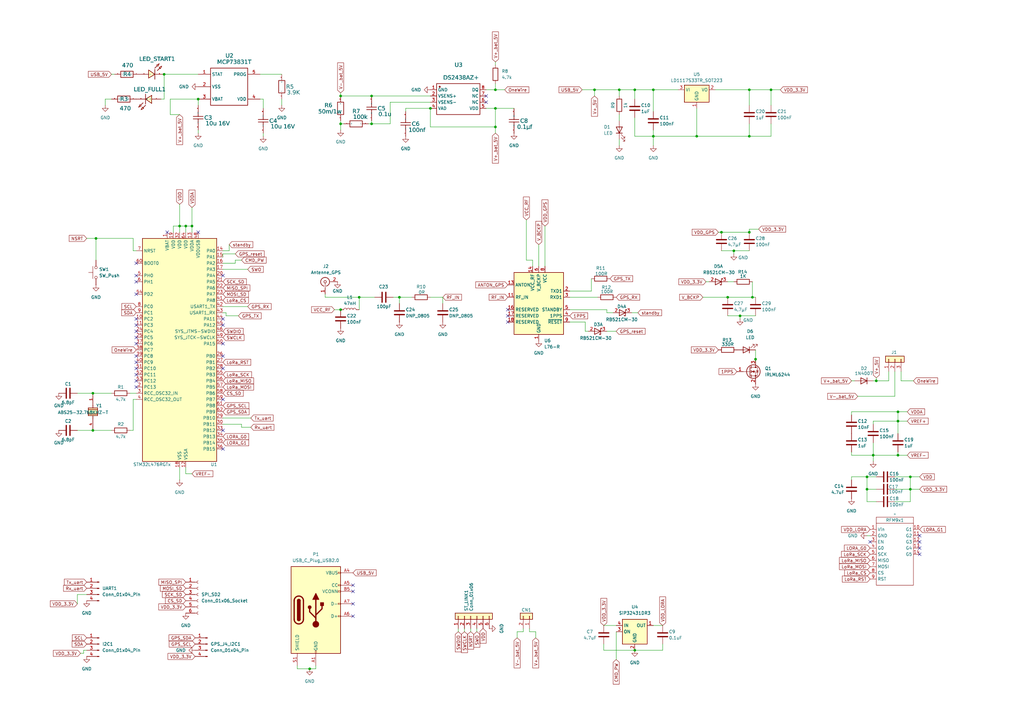
<source format=kicad_sch>
(kicad_sch (version 20231120) (generator "eeschema") (generator_version "8.0")
  (paper "A3")
  (junction (at 307.34 55.88))
  (junction (at 307.34 36.83))
  (junction (at 295.91 95.25))
  (junction (at 300.99 102.87))
  (junction (at 203.2 52.07))
  (junction (at 267.97 55.88))
  (junction (at 254 36.83))
  (junction (at 355.6 200.66))
  (junction (at 81.28 40.64))
  (junction (at 139.7 50.8))
  (junction (at 139.7 39.37))
  (junction (at 359.41 156.21))
  (junction (at 309.88 147.32))
  (junction (at 78.74 92.71))
  (junction (at 147.32 121.92))
  (junction (at 203.2 44.45))
  (junction (at 67.31 30.48))
  (junction (at 260.35 36.83))
  (junction (at 38.1 161.29))
  (junction (at 373.38 200.66))
  (junction (at 260.35 266.7))
  (junction (at 316.23 36.83))
  (junction (at 358.14 186.69))
  (junction (at 38.1 176.53))
  (junction (at 76.2 92.71))
  (junction (at 203.2 36.83))
  (junction (at 368.3 172.72))
  (junction (at 139.7 127))
  (junction (at 152.4 50.8))
  (junction (at 163.83 121.92))
  (junction (at 355.6 195.58))
  (junction (at 298.45 121.92))
  (junction (at 243.84 36.83))
  (junction (at 152.4 39.37))
  (junction (at 303.53 129.54))
  (junction (at 267.97 36.83))
  (junction (at 308.61 121.92))
  (junction (at 176.53 44.45))
  (junction (at 368.3 186.69))
  (junction (at 39.37 97.79))
  (junction (at 285.75 55.88))
  (junction (at 127 274.32))
  (junction (at 307.34 95.25))
  (junction (at 368.3 168.91))
  (junction (at 373.38 195.58))
  (junction (at 73.66 92.71))
  (no_connect (at 55.88 148.59))
  (no_connect (at 144.78 240.03))
  (no_connect (at 91.44 184.15))
  (no_connect (at 55.88 138.43))
  (no_connect (at 55.88 151.13))
  (no_connect (at 208.28 129.54))
  (no_connect (at 68.58 95.25))
  (no_connect (at 55.88 107.95))
  (no_connect (at 199.39 39.37))
  (no_connect (at 91.44 151.13))
  (no_connect (at 55.88 115.57))
  (no_connect (at 377.19 224.79))
  (no_connect (at 144.78 242.57))
  (no_connect (at 55.88 113.03))
  (no_connect (at 144.78 252.73))
  (no_connect (at 377.19 222.25))
  (no_connect (at 55.88 146.05))
  (no_connect (at 81.28 95.25))
  (no_connect (at 55.88 135.89))
  (no_connect (at 55.88 120.65))
  (no_connect (at 377.19 227.33))
  (no_connect (at 91.44 163.83))
  (no_connect (at 356.87 222.25))
  (no_connect (at 208.28 132.08))
  (no_connect (at 91.44 130.81))
  (no_connect (at 55.88 158.75))
  (no_connect (at 55.88 130.81))
  (no_connect (at 91.44 133.35))
  (no_connect (at 199.39 41.91))
  (no_connect (at 91.44 176.53))
  (no_connect (at 144.78 247.65))
  (no_connect (at 55.88 133.35))
  (no_connect (at 55.88 156.21))
  (no_connect (at 91.44 140.97))
  (no_connect (at 377.19 219.71))
  (no_connect (at 91.44 146.05))
  (no_connect (at 55.88 140.97))
  (no_connect (at 208.28 127))
  (no_connect (at 91.44 113.03))
  (no_connect (at 55.88 153.67))
  (wire (pts (xy 298.45 121.92) (xy 308.61 121.92)))
  (wire (pts (xy 252.73 270.51) (xy 252.73 259.08)))
  (wire (pts (xy 359.41 195.58) (xy 355.6 195.58)))
  (wire (pts (xy 372.11 172.72) (xy 368.3 172.72)))
  (wire (pts (xy 152.4 49.53) (xy 152.4 50.8)))
  (wire (pts (xy 351.79 162.56) (xy 367.03 162.56)))
  (wire (pts (xy 355.6 200.66) (xy 355.6 205.74)))
  (wire (pts (xy 137.16 127) (xy 139.7 127)))
  (wire (pts (xy 102.87 175.26) (xy 99.06 175.26)))
  (wire (pts (xy 96.52 107.95) (xy 91.44 107.95)))
  (wire (pts (xy 307.34 36.83) (xy 316.23 36.83)))
  (wire (pts (xy 99.06 175.26) (xy 99.06 173.99)))
  (wire (pts (xy 252.73 135.89) (xy 248.92 135.89)))
  (wire (pts (xy 298.45 129.54) (xy 303.53 129.54)))
  (wire (pts (xy 300.99 102.87) (xy 300.99 104.14)))
  (wire (pts (xy 367.03 200.66) (xy 373.38 200.66)))
  (wire (pts (xy 168.91 121.92) (xy 163.83 121.92)))
  (wire (pts (xy 166.37 45.72) (xy 166.37 44.45)))
  (wire (pts (xy 247.65 266.7) (xy 247.65 264.16)))
  (wire (pts (xy 97.79 129.54) (xy 92.71 129.54)))
  (wire (pts (xy 35.56 97.79) (xy 39.37 97.79)))
  (wire (pts (xy 355.6 219.71) (xy 356.87 219.71)))
  (wire (pts (xy 307.34 50.8) (xy 307.34 55.88)))
  (wire (pts (xy 367.03 162.56) (xy 367.03 152.4)))
  (wire (pts (xy 121.92 274.32) (xy 127 274.32)))
  (wire (pts (xy 295.91 95.25) (xy 307.34 95.25)))
  (wire (pts (xy 243.84 39.37) (xy 243.84 36.83)))
  (wire (pts (xy 99.06 106.68) (xy 96.52 106.68)))
  (wire (pts (xy 54.61 176.53) (xy 53.34 176.53)))
  (wire (pts (xy 289.56 115.57) (xy 290.83 115.57)))
  (wire (pts (xy 368.3 172.72) (xy 358.14 172.72)))
  (wire (pts (xy 67.31 30.48) (xy 81.28 30.48)))
  (wire (pts (xy 31.75 161.29) (xy 38.1 161.29)))
  (wire (pts (xy 163.83 121.92) (xy 163.83 124.46)))
  (wire (pts (xy 260.35 55.88) (xy 267.97 55.88)))
  (wire (pts (xy 106.68 40.64) (xy 107.95 40.64)))
  (wire (pts (xy 303.53 129.54) (xy 303.53 130.81)))
  (wire (pts (xy 121.92 273.05) (xy 121.92 274.32)))
  (wire (pts (xy 240.03 135.89) (xy 240.03 132.08)))
  (wire (pts (xy 267.97 53.34) (xy 267.97 55.88)))
  (wire (pts (xy 245.11 121.92) (xy 233.68 121.92)))
  (wire (pts (xy 248.92 127) (xy 233.68 127)))
  (wire (pts (xy 367.03 205.74) (xy 373.38 205.74)))
  (wire (pts (xy 91.44 125.73) (xy 101.6 125.73)))
  (wire (pts (xy 254 46.99) (xy 254 49.53)))
  (wire (pts (xy 311.15 93.98) (xy 307.34 93.98)))
  (wire (pts (xy 176.53 52.07) (xy 203.2 52.07)))
  (wire (pts (xy 358.14 181.61) (xy 358.14 186.69)))
  (wire (pts (xy 373.38 200.66) (xy 373.38 195.58)))
  (wire (pts (xy 223.52 92.71) (xy 223.52 109.22)))
  (wire (pts (xy 73.66 196.85) (xy 73.66 191.77)))
  (wire (pts (xy 53.34 161.29) (xy 55.88 161.29)))
  (wire (pts (xy 294.64 95.25) (xy 295.91 95.25)))
  (wire (pts (xy 369.57 152.4) (xy 369.57 156.21)))
  (wire (pts (xy 214.63 259.08) (xy 214.63 257.81)))
  (wire (pts (xy 271.78 266.7) (xy 260.35 266.7)))
  (wire (pts (xy 54.61 163.83) (xy 55.88 163.83)))
  (wire (pts (xy 242.57 114.3) (xy 242.57 119.38)))
  (wire (pts (xy 368.3 168.91) (xy 349.25 168.91)))
  (wire (pts (xy 207.01 36.83) (xy 203.2 36.83)))
  (wire (pts (xy 298.45 121.92) (xy 288.29 121.92)))
  (wire (pts (xy 254 57.15) (xy 254 59.69)))
  (wire (pts (xy 369.57 156.21) (xy 374.65 156.21)))
  (wire (pts (xy 203.2 34.29) (xy 203.2 36.83)))
  (wire (pts (xy 210.82 44.45) (xy 203.2 44.45)))
  (wire (pts (xy 260.35 36.83) (xy 260.35 40.64)))
  (wire (pts (xy 293.37 36.83) (xy 307.34 36.83)))
  (wire (pts (xy 187.96 257.81) (xy 187.96 259.08)))
  (wire (pts (xy 140.97 50.8) (xy 139.7 50.8)))
  (wire (pts (xy 358.14 156.21) (xy 359.41 156.21)))
  (wire (pts (xy 147.32 121.92) (xy 133.35 121.92)))
  (wire (pts (xy 31.75 243.84) (xy 35.56 243.84)))
  (wire (pts (xy 307.34 43.18) (xy 307.34 36.83)))
  (wire (pts (xy 203.2 52.07) (xy 203.2 44.45)))
  (wire (pts (xy 67.31 40.64) (xy 67.31 30.48)))
  (wire (pts (xy 219.71 259.08) (xy 217.17 259.08)))
  (wire (pts (xy 176.53 44.45) (xy 176.53 52.07)))
  (wire (pts (xy 267.97 36.83) (xy 278.13 36.83)))
  (wire (pts (xy 176.53 41.91) (xy 160.02 41.91)))
  (wire (pts (xy 73.66 92.71) (xy 73.66 95.25)))
  (wire (pts (xy 96.52 104.14) (xy 91.44 104.14)))
  (wire (pts (xy 76.2 95.25) (xy 76.2 92.71)))
  (wire (pts (xy 219.71 259.08) (xy 219.71 261.62)))
  (wire (pts (xy 45.72 30.48) (xy 46.99 30.48)))
  (wire (pts (xy 153.67 121.92) (xy 147.32 121.92)))
  (wire (pts (xy 193.04 257.81) (xy 193.04 259.08)))
  (wire (pts (xy 152.4 50.8) (xy 151.13 50.8)))
  (wire (pts (xy 129.54 273.05) (xy 129.54 274.32)))
  (wire (pts (xy 309.88 148.59) (xy 309.88 147.32)))
  (wire (pts (xy 215.9 90.17) (xy 215.9 106.68)))
  (wire (pts (xy 190.5 257.81) (xy 190.5 259.08)))
  (wire (pts (xy 93.98 100.33) (xy 93.98 102.87)))
  (wire (pts (xy 212.09 259.08) (xy 212.09 261.62)))
  (wire (pts (xy 54.61 163.83) (xy 54.61 176.53)))
  (wire (pts (xy 152.4 39.37) (xy 176.53 39.37)))
  (wire (pts (xy 316.23 50.8) (xy 316.23 55.88)))
  (wire (pts (xy 267.97 55.88) (xy 285.75 55.88)))
  (wire (pts (xy 358.14 186.69) (xy 358.14 189.23)))
  (wire (pts (xy 39.37 97.79) (xy 39.37 106.68)))
  (wire (pts (xy 218.44 106.68) (xy 218.44 109.22)))
  (wire (pts (xy 91.44 104.14) (xy 91.44 105.41)))
  (wire (pts (xy 241.3 135.89) (xy 240.03 135.89)))
  (wire (pts (xy 76.2 92.71) (xy 78.74 92.71)))
  (wire (pts (xy 31.75 176.53) (xy 38.1 176.53)))
  (wire (pts (xy 133.35 121.92) (xy 133.35 120.65)))
  (wire (pts (xy 160.02 50.8) (xy 152.4 50.8)))
  (wire (pts (xy 247.65 256.54) (xy 252.73 256.54)))
  (wire (pts (xy 92.71 128.27) (xy 91.44 128.27)))
  (wire (pts (xy 359.41 156.21) (xy 364.49 156.21)))
  (wire (pts (xy 107.95 40.64) (xy 107.95 44.45)))
  (wire (pts (xy 203.2 36.83) (xy 199.39 36.83)))
  (wire (pts (xy 69.85 46.99) (xy 69.85 40.64)))
  (wire (pts (xy 220.98 100.33) (xy 220.98 109.22)))
  (wire (pts (xy 260.35 266.7) (xy 247.65 266.7)))
  (wire (pts (xy 243.84 36.83) (xy 254 36.83)))
  (wire (pts (xy 271.78 264.16) (xy 271.78 266.7)))
  (wire (pts (xy 242.57 119.38) (xy 233.68 119.38)))
  (wire (pts (xy 161.29 121.92) (xy 163.83 121.92)))
  (wire (pts (xy 355.6 205.74) (xy 359.41 205.74)))
  (wire (pts (xy 285.75 44.45) (xy 285.75 55.88)))
  (wire (pts (xy 373.38 200.66) (xy 373.38 205.74)))
  (wire (pts (xy 39.37 97.79) (xy 54.61 97.79)))
  (wire (pts (xy 212.09 259.08) (xy 214.63 259.08)))
  (wire (pts (xy 248.92 128.27) (xy 248.92 127)))
  (wire (pts (xy 238.76 36.83) (xy 243.84 36.83)))
  (wire (pts (xy 267.97 36.83) (xy 267.97 45.72)))
  (wire (pts (xy 38.1 161.29) (xy 45.72 161.29)))
  (wire (pts (xy 34.29 267.97) (xy 34.29 266.7)))
  (wire (pts (xy 349.25 156.21) (xy 350.52 156.21)))
  (wire (pts (xy 377.19 200.66) (xy 373.38 200.66)))
  (wire (pts (xy 367.03 195.58) (xy 373.38 195.58)))
  (wire (pts (xy 78.74 194.31) (xy 76.2 194.31)))
  (wire (pts (xy 261.62 128.27) (xy 259.08 128.27)))
  (wire (pts (xy 309.88 129.54) (xy 303.53 129.54)))
  (wire (pts (xy 254 39.37) (xy 254 36.83)))
  (wire (pts (xy 368.3 168.91) (xy 368.3 172.72)))
  (wire (pts (xy 147.32 121.92) (xy 147.32 127)))
  (wire (pts (xy 309.88 143.51) (xy 309.88 147.32)))
  (wire (pts (xy 115.57 40.64) (xy 115.57 43.18)))
  (wire (pts (xy 139.7 50.8) (xy 139.7 53.34)))
  (wire (pts (xy 349.25 186.69) (xy 358.14 186.69)))
  (wire (pts (xy 195.58 257.81) (xy 195.58 259.08)))
  (wire (pts (xy 316.23 55.88) (xy 307.34 55.88)))
  (wire (pts (xy 66.04 40.64) (xy 67.31 40.64)))
  (wire (pts (xy 251.46 128.27) (xy 248.92 128.27)))
  (wire (pts (xy 267.97 36.83) (xy 260.35 36.83)))
  (wire (pts (xy 349.25 195.58) (xy 349.25 196.85)))
  (wire (pts (xy 176.53 121.92) (xy 181.61 121.92)))
  (wire (pts (xy 260.35 36.83) (xy 254 36.83)))
  (wire (pts (xy 129.54 274.32) (xy 127 274.32)))
  (wire (pts (xy 139.7 39.37) (xy 152.4 39.37)))
  (wire (pts (xy 349.25 168.91) (xy 349.25 170.18)))
  (wire (pts (xy 34.29 266.7) (xy 35.56 266.7)))
  (wire (pts (xy 355.6 195.58) (xy 349.25 195.58)))
  (wire (pts (xy 308.61 115.57) (xy 308.61 121.92)))
  (wire (pts (xy 38.1 176.53) (xy 45.72 176.53)))
  (wire (pts (xy 295.91 102.87) (xy 300.99 102.87)))
  (wire (pts (xy 308.61 121.92) (xy 309.88 121.92)))
  (wire (pts (xy 260.35 48.26) (xy 260.35 55.88)))
  (wire (pts (xy 355.6 200.66) (xy 359.41 200.66)))
  (wire (pts (xy 69.85 40.64) (xy 81.28 40.64)))
  (wire (pts (xy 33.02 267.97) (xy 34.29 267.97)))
  (wire (pts (xy 300.99 115.57) (xy 298.45 115.57)))
  (wire (pts (xy 106.68 30.48) (xy 115.57 30.48)))
  (wire (pts (xy 99.06 173.99) (xy 91.44 173.99)))
  (wire (pts (xy 181.61 121.92) (xy 181.61 124.46)))
  (wire (pts (xy 81.28 53.34) (xy 81.28 54.61)))
  (wire (pts (xy 54.61 102.87) (xy 55.88 102.87)))
  (wire (pts (xy 203.2 25.4) (xy 203.2 26.67)))
  (wire (pts (xy 139.7 50.8) (xy 139.7 49.53)))
  (wire (pts (xy 54.61 97.79) (xy 54.61 102.87)))
  (wire (pts (xy 139.7 38.1) (xy 139.7 39.37)))
  (wire (pts (xy 355.6 195.58) (xy 355.6 200.66)))
  (wire (pts (xy 166.37 44.45) (xy 176.53 44.45)))
  (wire (pts (xy 107.95 54.61) (xy 107.95 55.88)))
  (wire (pts (xy 240.03 132.08) (xy 233.68 132.08)))
  (wire (pts (xy 307.34 93.98) (xy 307.34 95.25)))
  (wire (pts (xy 81.28 40.64) (xy 81.28 43.18)))
  (wire (pts (xy 349.25 186.69) (xy 349.25 185.42)))
  (wire (pts (xy 31.75 247.65) (xy 31.75 243.84)))
  (wire (pts (xy 368.3 186.69) (xy 372.11 186.69)))
  (wire (pts (xy 320.04 36.83) (xy 316.23 36.83)))
  (wire (pts (xy 285.75 55.88) (xy 307.34 55.88)))
  (wire (pts (xy 217.17 259.08) (xy 217.17 257.81)))
  (wire (pts (xy 43.18 40.64) (xy 45.72 40.64)))
  (wire (pts (xy 76.2 194.31) (xy 76.2 191.77)))
  (wire (pts (xy 78.74 85.09) (xy 78.74 92.71)))
  (wire (pts (xy 71.12 92.71) (xy 73.66 92.71)))
  (wire (pts (xy 43.18 40.64) (xy 43.18 43.18)))
  (wire (pts (xy 93.98 102.87) (xy 91.44 102.87)))
  (wire (pts (xy 307.34 102.87) (xy 300.99 102.87)))
  (wire (pts (xy 101.6 110.49) (xy 91.44 110.49)))
  (wire (pts (xy 71.12 95.25) (xy 71.12 92.71)))
  (wire (pts (xy 364.49 152.4) (xy 364.49 156.21)))
  (wire (pts (xy 215.9 106.68) (xy 218.44 106.68)))
  (wire (pts (xy 102.87 171.45) (xy 91.44 171.45)))
  (wire (pts (xy 73.66 46.99) (xy 69.85 46.99)))
  (wire (pts (xy 372.11 168.91) (xy 368.3 168.91)))
  (wire (pts (xy 96.52 106.68) (xy 96.52 107.95)))
  (wire (pts (xy 358.14 172.72) (xy 358.14 173.99)))
  (wire (pts (xy 92.71 129.54) (xy 92.71 128.27)))
  (wire (pts (xy 359.41 154.94) (xy 359.41 156.21)))
  (wire (pts (xy 267.97 256.54) (xy 271.78 256.54)))
  (wire (pts (xy 368.3 172.72) (xy 368.3 177.8)))
  (wire (pts (xy 76.2 92.71) (xy 73.66 92.71)))
  (wire (pts (xy 203.2 52.07) (xy 203.2 54.61)))
  (wire (pts (xy 160.02 41.91) (xy 160.02 50.8)))
  (wire (pts (xy 78.74 92.71) (xy 78.74 95.25)))
  (wire (pts (xy 267.97 55.88) (xy 267.97 59.69)))
  (wire (pts (xy 368.3 185.42) (xy 368.3 186.69)))
  (wire (pts (xy 203.2 44.45) (xy 199.39 44.45)))
  (wire (pts (xy 316.23 43.18) (xy 316.23 36.83)))
  (wire (pts (xy 358.14 186.69) (xy 368.3 186.69)))
  (wire (pts (xy 73.66 83.82) (xy 73.66 92.71)))
  (wire (pts (xy 377.19 195.58) (xy 373.38 195.58)))
  (global_label "SCL" (shape input) (at 55.88 125.73 180) (property "Intersheetrefs" "${INTERSHEET_REFS}" (effects (hide yes))))
  (global_label "LORA_G0" (shape input) (at 91.44 179.07 0) (property "Intersheetrefs" "${INTERSHEET_REFS}" (effects (hide yes))))
  (global_label "VREF-" (shape input) (at 372.11 186.69 0) (property "Intersheetrefs" "${INTERSHEET_REFS}" (effects (hide yes))))
  (global_label "ANTON_GPS" (shape input) (at 208.28 116.84 180) (property "Intersheetrefs" "${INTERSHEET_REFS}" (effects (hide yes))))
  (global_label "RF_IN" (shape input) (at 208.28 121.92 180) (property "Intersheetrefs" "${INTERSHEET_REFS}" (effects (hide yes))))
  (global_label "VDD" (shape input) (at 198.12 257.81 270) (property "Intersheetrefs" "${INTERSHEET_REFS}" (effects (hide yes))))
  (global_label "V+_bat_5V" (shape input) (at 219.71 261.62 270) (property "Intersheetrefs" "${INTERSHEET_REFS}" (effects (hide yes))))
  (global_label "VDDA" (shape input) (at 372.11 168.91 0) (property "Intersheetrefs" "${INTERSHEET_REFS}" (effects (hide yes))))
  (global_label "Rx_uart" (shape input) (at 102.87 175.26 0) (property "Intersheetrefs" "${INTERSHEET_REFS}" (effects (hide yes))))
  (global_label "LORA_G1" (shape input) (at 377.19 217.17 0) (property "Intersheetrefs" "${INTERSHEET_REFS}" (effects (hide yes))))
  (global_label "SCL" (shape input) (at 35.56 261.62 180) (property "Intersheetrefs" "${INTERSHEET_REFS}" (effects (hide yes))))
  (global_label "VDD_3.3V" (shape input) (at 294.64 143.51 180) (property "Intersheetrefs" "${INTERSHEET_REFS}" (effects (hide yes))))
  (global_label "V_BCKP" (shape input) (at 220.98 100.33 90) (property "Intersheetrefs" "${INTERSHEET_REFS}" (effects (hide yes))))
  (global_label "VDD_3.3V" (shape input) (at 31.75 247.65 180) (property "Intersheetrefs" "${INTERSHEET_REFS}" (effects (hide yes))))
  (global_label "MOSI_SD" (shape input) (at 76.2 241.3 180) (property "Intersheetrefs" "${INTERSHEET_REFS}" (effects (hide yes))))
  (global_label "USB_5V" (shape input) (at 45.72 30.48 180) (property "Intersheetrefs" "${INTERSHEET_REFS}" (effects (hide yes))))
  (global_label "VCC_RF" (shape input) (at 215.9 90.17 90) (property "Intersheetrefs" "${INTERSHEET_REFS}" (effects (hide yes))))
  (global_label "Rx_uart" (shape input) (at 35.56 241.3 180) (property "Intersheetrefs" "${INTERSHEET_REFS}" (effects (hide yes))))
  (global_label "LoRa_SCK" (shape input) (at 91.44 153.67 0) (property "Intersheetrefs" "${INTERSHEET_REFS}" (effects (hide yes))))
  (global_label "LORA_G0" (shape input) (at 356.87 224.79 180) (property "Intersheetrefs" "${INTERSHEET_REFS}" (effects (hide yes))))
  (global_label "V+_bat_5V" (shape input) (at 203.2 54.61 270) (property "Intersheetrefs" "${INTERSHEET_REFS}" (effects (hide yes))))
  (global_label "V+_5V" (shape input) (at 359.41 154.94 90) (property "Intersheetrefs" "${INTERSHEET_REFS}" (effects (hide yes))))
  (global_label "V-_bat_5V" (shape input) (at 212.09 261.62 270) (property "Intersheetrefs" "${INTERSHEET_REFS}" (effects (hide yes))))
  (global_label "V_BCKP" (shape input) (at 288.29 121.92 180) (property "Intersheetrefs" "${INTERSHEET_REFS}" (effects (hide yes))))
  (global_label "GPS_SDA" (shape input) (at 80.01 261.62 180) (property "Intersheetrefs" "${INTERSHEET_REFS}" (effects (hide yes))))
  (global_label "USB_5V" (shape input) (at 238.76 36.83 180) (property "Intersheetrefs" "${INTERSHEET_REFS}" (effects (hide yes))))
  (global_label "CMD_PW" (shape input) (at 252.73 270.51 270) (property "Intersheetrefs" "${INTERSHEET_REFS}" (effects (hide yes))))
  (global_label "VDD" (shape input) (at 73.66 83.82 90) (property "Intersheetrefs" "${INTERSHEET_REFS}" (effects (hide yes))))
  (global_label "SWDIO" (shape input) (at 91.44 135.89 0) (property "Intersheetrefs" "${INTERSHEET_REFS}" (effects (hide yes))))
  (global_label "GPS_SDA" (shape input) (at 91.44 168.91 0) (property "Intersheetrefs" "${INTERSHEET_REFS}" (effects (hide yes))))
  (global_label "VDD_3.3V" (shape input) (at 289.56 115.57 180) (property "Intersheetrefs" "${INTERSHEET_REFS}" (effects (hide yes))))
  (global_label "SWO" (shape input) (at 101.6 110.49 0) (property "Intersheetrefs" "${INTERSHEET_REFS}" (effects (hide yes))))
  (global_label "VDD_3.3V" (shape input) (at 76.2 248.92 180) (property "Intersheetrefs" "${INTERSHEET_REFS}" (effects (hide yes))))
  (global_label "SWO" (shape input) (at 195.58 259.08 270) (property "Intersheetrefs" "${INTERSHEET_REFS}" (effects (hide yes))))
  (global_label "GPS_RX" (shape input) (at 101.6 125.73 0) (property "Intersheetrefs" "${INTERSHEET_REFS}" (effects (hide yes))))
  (global_label "VDD_LORA" (shape input) (at 271.78 256.54 90) (property "Intersheetrefs" "${INTERSHEET_REFS}" (effects (hide yes))))
  (global_label "V-_bat_5V" (shape input) (at 351.79 162.56 180) (property "Intersheetrefs" "${INTERSHEET_REFS}" (effects (hide yes))))
  (global_label "VDD_GPS" (shape input) (at 294.64 95.25 180) (property "Intersheetrefs" "${INTERSHEET_REFS}" (effects (hide yes))))
  (global_label "OneWire" (shape input) (at 374.65 156.21 0) (property "Intersheetrefs" "${INTERSHEET_REFS}" (effects (hide yes))))
  (global_label "LoRa_RST" (shape input) (at 91.44 148.59 0) (property "Intersheetrefs" "${INTERSHEET_REFS}" (effects (hide yes))))
  (global_label "Tx_uart" (shape input) (at 35.56 238.76 180) (property "Intersheetrefs" "${INTERSHEET_REFS}" (effects (hide yes))))
  (global_label "LoRa_CS" (shape input) (at 91.44 123.19 0) (property "Intersheetrefs" "${INTERSHEET_REFS}" (effects (hide yes))))
  (global_label "standby" (shape input) (at 261.62 128.27 0) (property "Intersheetrefs" "${INTERSHEET_REFS}" (effects (hide yes))))
  (global_label "VDDA" (shape input) (at 78.74 85.09 90) (property "Intersheetrefs" "${INTERSHEET_REFS}" (effects (hide yes))))
  (global_label "SWCLK" (shape input) (at 190.5 259.08 270) (property "Intersheetrefs" "${INTERSHEET_REFS}" (effects (hide yes))))
  (global_label "GPS_RX" (shape input) (at 252.73 121.92 0) (property "Intersheetrefs" "${INTERSHEET_REFS}" (effects (hide yes))))
  (global_label "LoRa_SCK" (shape input) (at 356.87 227.33 180) (property "Intersheetrefs" "${INTERSHEET_REFS}" (effects (hide yes))))
  (global_label "SWCLK" (shape input) (at 91.44 138.43 0) (property "Intersheetrefs" "${INTERSHEET_REFS}" (effects (hide yes))))
  (global_label "LoRa_MISO" (shape input) (at 91.44 156.21 0) (property "Intersheetrefs" "${INTERSHEET_REFS}" (effects (hide yes))))
  (global_label "CMD_PW" (shape input) (at 99.06 106.68 0) (property "Intersheetrefs" "${INTERSHEET_REFS}" (effects (hide yes))))
  (global_label "RF_IN" (shape input) (at 181.61 121.92 0) (property "Intersheetrefs" "${INTERSHEET_REFS}" (effects (hide yes))))
  (global_label "VREF-" (shape input) (at 78.74 194.31 0) (property "Intersheetrefs" "${INTERSHEET_REFS}" (effects (hide yes))))
  (global_label "MOSI_SD" (shape input) (at 91.44 120.65 0) (property "Intersheetrefs" "${INTERSHEET_REFS}" (effects (hide yes))))
  (global_label "V-_bat_5V" (shape input) (at 139.7 38.1 90) (property "Intersheetrefs" "${INTERSHEET_REFS}" (effects (hide yes))))
  (global_label "LORA_G1" (shape input) (at 91.44 181.61 0) (property "Intersheetrefs" "${INTERSHEET_REFS}" (effects (hide yes))))
  (global_label "GPS_TX" (shape input) (at 250.19 114.3 0) (property "Intersheetrefs" "${INTERSHEET_REFS}" (effects (hide yes))))
  (global_label "OneWire" (shape input) (at 55.88 143.51 180) (property "Intersheetrefs" "${INTERSHEET_REFS}" (effects (hide yes))))
  (global_label "VDD" (shape input) (at 377.19 195.58 0) (property "Intersheetrefs" "${INTERSHEET_REFS}" (effects (hide yes))))
  (global_label "GPS_SCL" (shape input) (at 91.44 166.37 0) (property "Intersheetrefs" "${INTERSHEET_REFS}" (effects (hide yes))))
  (global_label "1PPS" (shape input) (at 302.26 152.4 180) (property "Intersheetrefs" "${INTERSHEET_REFS}" (effects (hide yes))))
  (global_label "VDD_3.3V" (shape input) (at 377.19 200.66 0) (property "Intersheetrefs" "${INTERSHEET_REFS}" (effects (hide yes))))
  (global_label "GPS_reset" (shape input) (at 96.52 104.14 0) (property "Intersheetrefs" "${INTERSHEET_REFS}" (effects (hide yes))))
  (global_label "CS_SD" (shape input) (at 91.44 161.29 0) (property "Intersheetrefs" "${INTERSHEET_REFS}" (effects (hide yes))))
  (global_label "LoRa_CS" (shape input) (at 356.87 234.95 180) (property "Intersheetrefs" "${INTERSHEET_REFS}" (effects (hide yes))))
  (global_label "GPS_reset" (shape input) (at 252.73 135.89 0) (property "Intersheetrefs" "${INTERSHEET_REFS}" (effects (hide yes))))
  (global_label "NSRT" (shape input) (at 193.04 259.08 270) (property "Intersheetrefs" "${INTERSHEET_REFS}" (effects (hide yes))))
  (global_label "LoRa_MOSI" (shape input) (at 356.87 232.41 180) (property "Intersheetrefs" "${INTERSHEET_REFS}" (effects (hide yes))))
  (global_label "VDD_GPS" (shape input) (at 223.52 92.71 90) (property "Intersheetrefs" "${INTERSHEET_REFS}" (effects (hide yes))))
  (global_label "SDA" (shape input) (at 35.56 264.16 180) (property "Intersheetrefs" "${INTERSHEET_REFS}" (effects (hide yes))))
  (global_label "MISO_SPI" (shape input) (at 76.2 238.76 180) (property "Intersheetrefs" "${INTERSHEET_REFS}" (effects (hide yes))))
  (global_label "standby" (shape input) (at 93.98 100.33 0) (property "Intersheetrefs" "${INTERSHEET_REFS}" (effects (hide yes))))
  (global_label "GPS_SCL" (shape input) (at 80.01 264.16 180) (property "Intersheetrefs" "${INTERSHEET_REFS}" (effects (hide yes))))
  (global_label "OneWire" (shape input) (at 207.01 36.83 0) (property "Intersheetrefs" "${INTERSHEET_REFS}" (effects (hide yes))))
  (global_label "GPS_TX" (shape input) (at 97.79 129.54 0) (property "Intersheetrefs" "${INTERSHEET_REFS}" (effects (hide yes))))
  (global_label "V+_bat_5V" (shape input) (at 73.66 46.99 270) (property "Intersheetrefs" "${INTERSHEET_REFS}" (effects (hide yes))))
  (global_label "V+_5V" (shape input) (at 243.84 39.37 270) (property "Intersheetrefs" "${INTERSHEET_REFS}" (effects (hide yes))))
  (global_label "SWDIO" (shape input) (at 187.96 259.08 270) (property "Intersheetrefs" "${INTERSHEET_REFS}" (effects (hide yes))))
  (global_label "1PPS" (shape input) (at 233.68 129.54 0) (property "Intersheetrefs" "${INTERSHEET_REFS}" (effects (hide yes))))
  (global_label "MISO_SPI" (shape input) (at 91.44 118.11 0) (property "Intersheetrefs" "${INTERSHEET_REFS}" (effects (hide yes))))
  (global_label "USB_5V" (shape input) (at 144.78 234.95 0) (property "Intersheetrefs" "${INTERSHEET_REFS}" (effects (hide yes))))
  (global_label "VCC_RF" (shape input) (at 137.16 127 180) (property "Intersheetrefs" "${INTERSHEET_REFS}" (effects (hide yes))))
  (global_label "LoRa_MOSI" (shape input) (at 91.44 158.75 0) (property "Intersheetrefs" "${INTERSHEET_REFS}" (effects (hide yes))))
  (global_label "VDD_3.3V" (shape input) (at 320.04 36.83 0) (property "Intersheetrefs" "${INTERSHEET_REFS}" (effects (hide yes))))
  (global_label "VDD_3.3V" (shape input) (at 80.01 269.24 180) (property "Intersheetrefs" "${INTERSHEET_REFS}" (effects (hide yes))))
  (global_label "CS_SD" (shape input) (at 76.2 246.38 180) (property "Intersheetrefs" "${INTERSHEET_REFS}" (effects (hide yes))))
  (global_label "SDA" (shape input) (at 55.88 128.27 180) (property "Intersheetrefs" "${INTERSHEET_REFS}" (effects (hide yes))))
  (global_label "VREF+" (shape input) (at 372.11 172.72 0) (property "Intersheetrefs" "${INTERSHEET_REFS}" (effects (hide yes))))
  (global_label "VDD_3.3V" (shape input) (at 311.15 93.98 0) (property "Intersheetrefs" "${INTERSHEET_REFS}" (effects (hide yes))))
  (global_label "SCK_SD" (shape input) (at 91.44 115.57 0) (property "Intersheetrefs" "${INTERSHEET_REFS}" (effects (hide yes))))
  (global_label "NSRT" (shape input) (at 35.56 97.79 180) (property "Intersheetrefs" "${INTERSHEET_REFS}" (effects (hide yes))))
  (global_label "LoRa_MISO" (shape input) (at 356.87 229.87 180) (property "Intersheetrefs" "${INTERSHEET_REFS}" (effects (hide yes))))
  (global_label "V+_bat_5V" (shape input) (at 203.2 25.4 90) (property "Intersheetrefs" "${INTERSHEET_REFS}" (effects (hide yes))))
  (global_label "VDD_3.3V" (shape input) (at 247.65 256.54 90) (property "Intersheetrefs" "${INTERSHEET_REFS}" (effects (hide yes))))
  (global_label "SCK_SD" (shape input) (at 76.2 243.84 180) (property "Intersheetrefs" "${INTERSHEET_REFS}" (effects (hide yes))))
  (global_label "LoRa_RST" (shape input) (at 356.87 237.49 180) (property "Intersheetrefs" "${INTERSHEET_REFS}" (effects (hide yes))))
  (global_label "Tx_uart" (shape input) (at 102.87 171.45 0) (property "Intersheetrefs" "${INTERSHEET_REFS}" (effects (hide yes))))
  (global_label "VDD_3.3V" (shape input) (at 33.02 267.97 180) (property "Intersheetrefs" "${INTERSHEET_REFS}" (effects (hide yes))))
  (global_label "VDD_LORA" (shape input) (at 356.87 217.17 180) (property "Intersheetrefs" "${INTERSHEET_REFS}" (effects (hide yes))))
  (global_label "V+_bat_5V" (shape input) (at 349.25 156.21 180) (property "Intersheetrefs" "${INTERSHEET_REFS}" (effects (hide yes))))
  (symbol (lib_id "Connector:Conn_01x04_Pin") (at 40.64 241.3 0) (mirror y) (unit 1)
    (property "Reference" "UART1" (at 41.91 241.2999 0) (effects (justify right)))
    (property "Value" "Conn_01x04_Pin" (at 41.91 243.8399 0) (effects (justify right)))
    (property "Footprint" "Connector_PinHeader_2.54mm:PinHeader_1x04_P2.54mm_Vertical" (effects (hide yes)))
    (property "Description" "Generic connector, single row, 01x04, script generated" (effects (hide yes)))
  )
  (symbol (lib_id "Device:R") (at 172.72 121.92 90) (unit 1)
    (property "Reference" "R10" (at 172.72 117.602 90))
    (property "Value" "0R" (at 172.974 119.888 90))
    (property "Footprint" "Resistor_SMD:R_0805_2012Metric" (effects (hide yes)))
    (property "Description" "Resistor" (effects (hide yes)))
  )
  (symbol (lib_id "power:GND") (at 139.7 53.34 0) (unit 1)
    (property "Reference" "#PWR010" (effects (hide yes)))
    (property "Value" "GND" (at 139.7 58.166 0))
    (property "Description" "Power symbol creates a global label with name \"GND\" , ground" (effects (hide yes)))
  )
  (symbol (lib_id "power:GND") (at 260.35 266.7 0) (unit 1)
    (property "Reference" "#PWR019" (effects (hide yes)))
    (property "Value" "GND" (at 260.35 271.78 0))
    (property "Description" "Power symbol creates a global label with name \"GND\" , ground" (effects (hide yes)))
  )
  (symbol (lib_id "Power_Management:SiP32431DR3") (at 260.35 259.08 0) (unit 1)
    (property "Reference" "U4" (at 260.35 248.92 0))
    (property "Value" "SiP32431DR3" (at 260.35 251.46 0))
    (property "Footprint" "Package_TO_SOT_SMD:SOT-363_SC-70-6" (effects (hide yes)))
    (property "Datasheet" "http://www.vishay.com.hk/docs/66597/sip32431.pdf" (effects (hide yes)))
    (property "Description" "10 pA, Ultra Low Leakage and Quiescent Current, Load Switch with Reverse Blocking, High Enable, SC-70-6" (effects (hide yes)))
  )
  (symbol (lib_id "R_0805_EU_1") (at 52.07 30.48 0) (unit 1)
    (property "Reference" "R4" (at 50.5714 29.6037 0) (effects (font (size 1.6891 1.6891)) (justify left top)))
    (property "Value" "470" (at 49.784 25.908 0) (effects (font (size 1.6891 1.6891)) (justify left top)))
    (property "Footprint" "Resistor_SMD:R_0805_2012Metric" (effects (hide yes)))
  )
  (symbol (lib_id "power:GND") (at 267.97 59.69 0) (unit 1)
    (property "Reference" "#PWR023" (effects (hide yes)))
    (property "Value" "GND" (at 267.97 64.77 0))
    (property "Description" "Power symbol creates a global label with name \"GND\" , ground" (effects (hide yes)))
  )
  (symbol (lib_id "Device:C") (at 267.97 49.53 0) (unit 1)
    (property "Reference" "C11" (at 270.51 48.26 0) (effects (justify left)))
    (property "Value" "100nF" (at 270.51 50.8 0) (effects (justify left)))
    (property "Footprint" "Capacitor_SMD:C_0805_2012Metric" (effects (hide yes)))
    (property "Description" "Unpolarized capacitor" (effects (hide yes)))
  )
  (symbol (lib_id "C_0805_US_4") (at 210.82 49.53 0) (unit 1)
    (property "Reference" "C8" (at 213.36 48.7299 0) (effects (font (size 1.6891 1.6891)) (justify left top)))
    (property "Value" "0.1µf" (at 211.6582 51.1683 0) (effects (font (size 1.6891 1.6891)) (justify left top)))
    (property "Footprint" "Capacitor_SMD:C_0805_2012Metric" (effects (hide yes)))
  )
  (symbol (lib_id "power:GND") (at 35.56 269.24 0) (unit 1)
    (property "Reference" "#PWR012" (effects (hide yes)))
    (property "Value" "GND" (at 35.56 274.32 0))
    (property "Description" "Power symbol creates a global label with name \"GND\" , ground" (effects (hide yes)))
  )
  (symbol (lib_id "power:GND") (at 80.01 266.7 270) (unit 1)
    (property "Reference" "#PWR018" (effects (hide yes)))
    (property "Value" "GND" (at 76.2 266.6999 90) (effects (justify right)))
    (property "Description" "Power symbol creates a global label with name \"GND\" , ground" (effects (hide yes)))
  )
  (symbol (lib_id "Device:C") (at 271.78 260.35 0) (unit 1)
    (property "Reference" "C9" (at 274.32 259.08 0) (effects (justify left)))
    (property "Value" "0.1uF" (at 274.32 261.62 0) (effects (justify left)))
    (property "Footprint" "Capacitor_SMD:C_0805_2012Metric" (effects (hide yes)))
    (property "Description" "Unpolarized capacitor" (effects (hide yes)))
  )
  (symbol (lib_id "Device:C") (at 363.22 200.66 270) (unit 1)
    (property "Reference" "C17" (at 364.49 199.644 90) (effects (justify left)))
    (property "Value" "100nF" (at 364.49 201.676 90) (effects (justify left)))
    (property "Footprint" "Capacitor_SMD:C_0805_2012Metric" (effects (hide yes)))
    (property "Description" "Unpolarized capacitor" (effects (hide yes)))
  )
  (symbol (lib_id "Device:LED") (at 254 53.34 90) (unit 1)
    (property "Reference" "D1" (at 247.65 52.07 90) (effects (justify right)))
    (property "Value" "LED" (at 247.65 54.61 90) (effects (justify right)))
    (property "Footprint" "LED_SMD:LED_0805_2012Metric" (effects (hide yes)))
    (property "Description" "Light emitting diode" (effects (hide yes)))
  )
  (symbol (lib_id "Device:R") (at 246.38 114.3 90) (unit 1)
    (property "Reference" "R11" (at 246.38 109.982 90))
    (property "Value" "100R" (at 246.634 112.268 90))
    (property "Footprint" "Resistor_SMD:R_0805_2012Metric" (effects (hide yes)))
    (property "Description" "Resistor" (effects (hide yes)))
  )
  (symbol (lib_id "LED-0603_B") (at 62.23 30.48 0) (unit 1)
    (property "Reference" "LED_START1" (at 57.15 23.368 0) (effects (font (size 1.6891 1.6891)) (justify left top)))
    (property "Value" "LED-0603_B" (effects (hide yes)))
    (property "Footprint" "LED_SMD:LED_0805_2012Metric" (effects (hide yes)))
  )
  (symbol (lib_id "power:GND") (at 309.88 157.48 0) (unit 1)
    (property "Reference" "#PWR035" (effects (hide yes)))
    (property "Value" "GND" (at 309.88 162.56 0))
    (property "Description" "Power symbol creates a global label with name \"GND\" , ground" (effects (hide yes)))
  )
  (symbol (lib_id "Transistor_FET:IRLML6244") (at 307.34 152.4 0) (unit 1)
    (property "Reference" "Q1" (at 313.69 151.1299 0) (effects (justify left)))
    (property "Value" "IRLML6244" (at 313.69 153.6699 0) (effects (justify left)))
    (property "Footprint" "Package_TO_SOT_SMD:SOT-23" (effects (hide yes)))
    (property "Datasheet" "https://www.infineon.com/dgdl/Infineon-IRLML6244-DataSheet-v01_01-EN.pdf?fileId=5546d462533600a4015356686fed261f" (effects (hide yes)))
    (property "Description" "6.3A Id, 20V Vds, 21mOhm Rds, N-Channel StrongIRFET Power MOSFET, SOT-23" (effects (hide yes)))
  )
  (symbol (lib_id "Device:R") (at 254 43.18 180) (unit 1)
    (property "Reference" "R9" (at 251.46 43.18 90))
    (property "Value" "1k" (at 256.54 43.18 90))
    (property "Footprint" "Resistor_SMD:R_0805_2012Metric" (effects (hide yes)))
    (property "Description" "Resistor" (effects (hide yes)))
  )
  (symbol (lib_id "power:GND") (at 81.28 54.61 0) (unit 1)
    (property "Reference" "#PWR07" (effects (hide yes)))
    (property "Value" "GND" (at 81.28 59.69 0))
    (property "Description" "Power symbol creates a global label with name \"GND\" , ground" (effects (hide yes)))
  )
  (symbol (lib_id "MCP73831T-2ATI/OT") (at 93.98 35.56 0) (unit 1)
    (property "Reference" "U2" (at 92.4814 22.0091 0) (effects (font (size 1.6891 1.6891)) (justify left top)))
    (property "Value" "MCP73831T" (at 88.6206 24.5491 0) (effects (font (size 1.6891 1.6891)) (justify left top)))
    (property "Footprint" "Package_TO_SOT_SMD:SOT-23-5" (effects (hide yes)))
  )
  (symbol (lib_id "power:GND") (at 107.95 55.88 0) (unit 1)
    (property "Reference" "#PWR08" (effects (hide yes)))
    (property "Value" "GND" (at 107.95 60.96 0))
    (property "Description" "Power symbol creates a global label with name \"GND\" , ground" (effects (hide yes)))
  )
  (symbol (lib_id "Device:R") (at 304.8 115.57 90) (unit 1)
    (property "Reference" "R14" (at 304.546 111.506 90))
    (property "Value" "1K" (at 304.8 113.284 90))
    (property "Footprint" "Resistor_SMD:R_0805_2012Metric" (effects (hide yes)))
    (property "Description" "Resistor" (effects (hide yes)))
  )
  (symbol (lib_id "Device:D_Schottky_Dual_Series_KAC_Split") (at 245.11 135.89 0) (unit 1)
    (property "Reference" "D3" (at 245.364 133.096 0))
    (property "Value" "RB521CM-30" (at 244.348 138.684 0))
    (property "Footprint" "Diode_SMD:D_SOD-923" (effects (hide yes)))
    (property "Description" "Dual Schottky diode, cathode/anode/center" (effects (hide yes)))
  )
  (symbol (lib_id "C_0805_US") (at 107.95 49.53 0) (unit 1)
    (property "Reference" "C4" (at 110.49 48.7299 0) (effects (font (size 1.6891 1.6891)) (justify left top)))
    (property "Value" "10u 16V" (at 110.49 51.0159 0) (effects (font (size 1.6891 1.6891)) (justify left top)))
    (property "Footprint" "Capacitor_SMD:C_0805_2012Metric" (effects (hide yes)))
  )
  (symbol (lib_id "Device:C") (at 157.48 121.92 90) (unit 1)
    (property "Reference" "C23" (at 159.258 117.602 90) (effects (justify left)))
    (property "Value" "100pF" (at 160.528 125.73 90) (effects (justify left)))
    (property "Footprint" "Capacitor_SMD:C_0805_2012Metric" (effects (hide yes)))
    (property "Description" "Unpolarized capacitor" (effects (hide yes)))
  )
  (symbol (lib_id "power:GND") (at 24.13 161.29 0) (unit 1)
    (property "Reference" "#PWR01" (effects (hide yes)))
    (property "Value" "GND" (at 24.13 166.37 0))
    (property "Description" "Power symbol creates a global label with name \"GND\" , ground" (effects (hide yes)))
  )
  (symbol (lib_id "RF_GPS:L70-R") (at 220.98 124.46 0) (unit 1)
    (property "Reference" "U6" (at 223.1741 139.7 0) (effects (justify left)))
    (property "Value" "L76-R" (at 223.1741 142.24 0) (effects (justify left)))
    (property "Footprint" "RF_GPS:Quectel_L76" (effects (hide yes)))
    (property "Datasheet" "https://www.quectel.com/product/gps-only-l70-r" (effects (hide yes)))
    (property "Description" "Quectel GPS Module" (effects (hide yes)))
  )
  (symbol (lib_id "Connector_Generic:Conn_01x03") (at 367.03 147.32 90) (unit 1)
    (property "Reference" "J1" (at 365.506 144.526 90) (effects (justify right)))
    (property "Value" "Conn_01x03" (effects (hide yes)))
    (property "Footprint" "Connector_PinHeader_2.54mm:PinHeader_1x03_P2.54mm_Vertical" (effects (hide yes)))
    (property "Description" "Generic connector, single row, 01x03, script generated (kicad-library-utils/schlib/autogen/connector/)" (effects (hide yes)))
  )
  (symbol (lib_id "Device:R") (at 248.92 121.92 90) (unit 1)
    (property "Reference" "R12" (at 248.666 117.856 90))
    (property "Value" "100R" (at 248.92 119.634 90))
    (property "Footprint" "Resistor_SMD:R_0805_2012Metric" (effects (hide yes)))
    (property "Description" "Resistor" (effects (hide yes)))
  )
  (symbol (lib_id "Device:C") (at 349.25 173.99 0) (unit 1)
    (property "Reference" "C12" (at 351.79 172.72 0) (effects (justify left)))
    (property "Value" "10nF" (at 351.79 175.26 0) (effects (justify left)))
    (property "Footprint" "Capacitor_SMD:C_0805_2012Metric" (effects (hide yes)))
    (property "Description" "Unpolarized capacitor" (effects (hide yes)))
  )
  (symbol (lib_id "power:GND") (at 73.66 196.85 0) (unit 1)
    (property "Reference" "#PWR05" (effects (hide yes)))
    (property "Value" "GND" (at 73.66 201.93 0))
    (property "Description" "Power symbol creates a global label with name \"GND\" , ground" (effects (hide yes)))
  )
  (symbol (lib_id "Device:C") (at 368.3 181.61 0) (unit 1)
    (property "Reference" "C19" (at 370.84 180.34 0) (effects (justify left)))
    (property "Value" "1uF" (at 370.84 182.88 0) (effects (justify left)))
    (property "Footprint" "Capacitor_SMD:C_0805_2012Metric" (effects (hide yes)))
    (property "Description" "Unpolarized capacitor" (effects (hide yes)))
  )
  (symbol (lib_id "power:GND") (at 43.18 43.18 0) (unit 1)
    (property "Reference" "#PWR04" (effects (hide yes)))
    (property "Value" "GND" (at 43.18 48.26 0))
    (property "Description" "Power symbol creates a global label with name \"GND\" , ground" (effects (hide yes)))
  )
  (symbol (lib_id "Connector:Conn_01x06_Socket") (at 81.28 243.84 0) (unit 1)
    (property "Reference" "SPI_SD2" (at 82.55 243.8399 0) (effects (justify left)))
    (property "Value" "Conn_01x06_Socket" (at 82.55 246.3799 0) (effects (justify left)))
    (property "Footprint" "Connector_PinHeader_2.54mm:PinHeader_1x06_P2.54mm_Vertical" (effects (hide yes)))
    (property "Description" "Generic connector, single row, 01x06, script generated" (effects (hide yes)))
  )
  (symbol (lib_id "power:GND") (at 76.2 251.46 0) (unit 1)
    (property "Reference" "#PWR017" (effects (hide yes)))
    (property "Value" "GND" (at 76.2 256.54 0))
    (property "Description" "Power symbol creates a global label with name \"GND\" , ground" (effects (hide yes)))
  )
  (symbol (lib_id "Connector:Conn_01x04_Pin") (at 85.09 264.16 0) (mirror y) (unit 1)
    (property "Reference" "GPS_J4_I2C1" (at 86.36 264.1599 0) (effects (justify right)))
    (property "Value" "Conn_01x04_Pin" (at 86.36 266.6999 0) (effects (justify right)))
    (property "Footprint" "Connector_PinHeader_2.54mm:PinHeader_1x04_P2.54mm_Vertical" (effects (hide yes)))
    (property "Description" "Generic connector, single row, 01x04, script generated" (effects (hide yes)))
  )
  (symbol (lib_id "power:GND") (at 303.53 130.81 0) (unit 1)
    (property "Reference" "#PWR034" (effects (hide yes)))
    (property "Value" "GND" (at 306.832 131.318 0))
    (property "Description" "Power symbol creates a global label with name \"GND\" , ground" (effects (hide yes)))
  )
  (symbol (lib_id "Device:C") (at 27.94 176.53 90) (unit 1)
    (property "Reference" "C2" (at 27.94 172.72 90))
    (property "Value" "6.8pF" (at 27.94 180.34 90))
    (property "Footprint" "Capacitor_SMD:C_0805_2012Metric" (effects (hide yes)))
    (property "Description" "Unpolarized capacitor" (effects (hide yes)))
  )
  (symbol (lib_id "Device:C") (at 247.65 260.35 0) (unit 1)
    (property "Reference" "C7" (at 240.538 259.08 0) (effects (justify left)))
    (property "Value" "4.7uF" (at 239.268 261.62 0) (effects (justify left)))
    (property "Footprint" "Capacitor_SMD:C_0805_2012Metric" (effects (hide yes)))
    (property "Description" "Unpolarized capacitor" (effects (hide yes)))
  )
  (symbol (lib_id "power:GND") (at 115.57 43.18 0) (unit 1)
    (property "Reference" "#PWR09" (effects (hide yes)))
    (property "Value" "GND" (at 115.57 48.26 0))
    (property "Description" "Power symbol creates a global label with name \"GND\" , ground" (effects (hide yes)))
  )
  (symbol (lib_id "Device:C") (at 307.34 46.99 0) (unit 1)
    (property "Reference" "C20" (at 309.88 45.72 0) (effects (justify left)))
    (property "Value" "1uF" (at 309.88 48.26 0) (effects (justify left)))
    (property "Footprint" "Capacitor_SMD:C_0805_2012Metric" (effects (hide yes)))
    (property "Description" "Unpolarized capacitor" (effects (hide yes)))
  )
  (symbol (lib_id "power:GND") (at 24.13 176.53 0) (unit 1)
    (property "Reference" "#PWR02" (effects (hide yes)))
    (property "Value" "GND" (at 24.13 181.61 0))
    (property "Description" "Power symbol creates a global label with name \"GND\" , ground" (effects (hide yes)))
  )
  (symbol (lib_id "power:GND") (at 349.25 204.47 0) (unit 1)
    (property "Reference" "#PWR024" (effects (hide yes)))
    (property "Value" "GND" (at 349.25 209.55 0))
    (property "Description" "Power symbol creates a global label with name \"GND\" , ground" (effects (hide yes)))
  )
  (symbol (lib_id "Device:C") (at 139.7 130.81 0) (unit 1)
    (property "Reference" "C22" (at 142.24 129.54 0) (effects (justify left)))
    (property "Value" "100nF" (at 142.24 132.08 0) (effects (justify left)))
    (property "Footprint" "Capacitor_SMD:C_0805_2012Metric" (effects (hide yes)))
    (property "Description" "Unpolarized capacitor" (effects (hide yes)))
  )
  (symbol (lib_id "power:GND") (at 210.82 54.61 0) (unit 1)
    (property "Reference" "#PWR020" (effects (hide yes)))
    (property "Value" "GND" (at 210.82 59.69 0))
    (property "Description" "Power symbol creates a global label with name \"GND\" , ground" (effects (hide yes)))
  )
  (symbol (lib_id "power:GND") (at 39.37 116.84 0) (unit 1)
    (property "Reference" "#PWR03" (effects (hide yes)))
    (property "Value" "GND" (at 39.37 121.92 0))
    (property "Description" "Power symbol creates a global label with name \"GND\" , ground" (effects (hide yes)))
  )
  (symbol (lib_id "Device:C") (at 349.25 181.61 0) (unit 1)
    (property "Reference" "C13" (at 351.79 180.34 0) (effects (justify left)))
    (property "Value" "1uF" (at 351.79 182.88 0) (effects (justify left)))
    (property "Footprint" "Capacitor_SMD:C_0805_2012Metric" (effects (hide yes)))
    (property "Description" "Unpolarized capacitor" (effects (hide yes)))
  )
  (symbol (lib_id "Connector:Conn_Coaxial") (at 133.35 115.57 90) (unit 1)
    (property "Reference" "J2" (at 133.6432 109.22 90))
    (property "Value" "Antenne_GPS" (at 133.6432 111.76 90))
    (property "Footprint" "Connector_Coaxial:WR-MMCX_Wuerth_66012102111404_Vertical" (effects (hide yes)))
    (property "Description" "coaxial connector (BNC, SMA, SMB, SMC, Cinch/RCA, LEMO, ...)" (effects (hide yes)))
  )
  (symbol (lib_id "power:GND") (at 181.61 132.08 0) (unit 1)
    (property "Reference" "#PWR030" (effects (hide yes)))
    (property "Value" "GND" (at 181.61 137.16 0))
    (property "Description" "Power symbol creates a global label with name \"GND\" , ground" (effects (hide yes)))
  )
  (symbol (lib_id "DS2438AZ+") (at 189.23 41.91 0) (unit 1)
    (property "Reference" "U3" (at 186.4614 25.7937 0) (effects (font (size 1.6891 1.6891)) (justify left top)))
    (property "Value" "DS2438AZ+" (at 181.483 30.9499 0) (effects (font (size 1.6891 1.6891)) (justify left top)))
    (property "Footprint" "Package_SO:SOIC-8_3.9x4.9mm_P1.27mm" (effects (hide yes)))
  )
  (symbol (lib_id "R_0805_EU_4") (at 146.05 50.8 0) (unit 1)
    (property "Reference" "R7" (at 144.5514 44.7929 0) (effects (font (size 1.6891 1.6891)) (justify left top)))
    (property "Value" "100k" (at 144.5514 47.0789 0) (effects (font (size 1.6891 1.6891)) (justify left top)))
    (property "Footprint" "Resistor_SMD:R_0805_2012Metric" (effects (hide yes)))
  )
  (symbol (lib_id "R_0805_EU_3") (at 139.7 44.45 0) (unit 1)
    (property "Reference" "R6" (at 133.1214 42.3545 0) (effects (font (size 1.6891 1.6891)) (justify left top)))
    (property "Value" "50m/1w" (at 129.8702 44.8691 0) (effects (font (size 1.6891 1.6891)) (justify left top)))
    (property "Footprint" "Resistor_SMD:R_0805_2012Metric" (effects (hide yes)))
  )
  (symbol (lib_id "ABS25-32.768KHZ-T:ABS25-32.768KHZ-T") (at 38.1 168.91 270) (unit 1)
    (property "Reference" "Y1" (at 41.91 166.37 90) (effects (justify right)))
    (property "Value" "ABS25-32.768KHZ-T" (at 44.45 169.164 90) (effects (justify right)))
    (property "Footprint" "Oscillator:XTAL_ABS25-32.768KHZ-6-1-T" (effects (hide yes)))
    (property "MF" "Abracon" (effects (hide yes)))
    (property "Description_1" "\n                        \n                            32.768 kHz ±20ppm Crystal 12.5pF 50 kOhms 4-SOJ, 5.50mm pitch\n                        \n" (effects (hide yes)))
    (property "Package" "4-4 Abracon" (effects (hide yes)))
    (property "Price" "None" (effects (hide yes)))
    (property "Check_prices" "https://www.snapeda.com/parts/ABS25-32.768KHZ-T/Abracon/view-part/?ref=eda" (effects (hide yes)))
    (property "STANDARD" "Manufacturer Recommendations" (effects (hide yes)))
    (property "PARTREV" "12.01.15" (effects (hide yes)))
    (property "SnapEDA_Link" "https://www.snapeda.com/parts/ABS25-32.768KHZ-T/Abracon/view-part/?ref=snap" (effects (hide yes)))
    (property "MP" "ABS25-32.768KHZ-T" (effects (hide yes)))
    (property "Availability" "In Stock" (effects (hide yes)))
    (property "MANUFACTURER" "Abracon Corporation" (effects (hide yes)))
  )
  (symbol (lib_id "Device:R") (at 203.2 30.48 0) (unit 1)
    (property "Reference" "R8" (at 205.74 29.2099 0) (effects (justify left)))
    (property "Value" "4.7k" (at 205.74 31.7499 0) (effects (justify left)))
    (property "Footprint" "Resistor_SMD:R_0805_2012Metric" (effects (hide yes)))
    (property "Description" "Resistor" (effects (hide yes)))
  )
  (symbol (lib_id "Device:C") (at 363.22 195.58 270) (unit 1)
    (property "Reference" "C16" (at 364.744 194.31 90) (effects (justify left)))
    (property "Value" "100nF" (at 364.744 196.85 90) (effects (justify left)))
    (property "Footprint" "Capacitor_SMD:C_0805_2012Metric" (effects (hide yes)))
    (property "Description" "Unpolarized capacitor" (effects (hide yes)))
  )
  (symbol (lib_id "Device:C") (at 163.83 128.27 0) (unit 1)
    (property "Reference" "C24" (at 166.37 127 0) (effects (justify left)))
    (property "Value" "DNP_0805" (at 166.37 129.54 0) (effects (justify left)))
    (property "Footprint" "Capacitor_SMD:C_0805_2012Metric" (effects (hide yes)))
    (property "Description" "Unpolarized capacitor" (effects (hide yes)))
  )
  (symbol (lib_id "power:GND") (at 220.98 139.7 0) (unit 1)
    (property "Reference" "#PWR032" (effects (hide yes)))
    (property "Value" "GND" (at 220.98 144.78 0))
    (property "Description" "Power symbol creates a global label with name \"GND\" , ground" (effects (hide yes)))
  )
  (symbol (lib_id "Switch:SW_Push") (at 39.37 111.76 90) (unit 1)
    (property "Reference" "SW1" (at 40.64 110.4899 90) (effects (justify right)))
    (property "Value" "SW_Push" (at 40.64 113.0299 90) (effects (justify right)))
    (property "Footprint" "Button_Switch_SMD:SW_SPST_CK_KMS2xxGP" (effects (hide yes)))
    (property "Description" "Push button switch, generic, two pins" (effects (hide yes)))
  )
  (symbol (lib_id "power:GND") (at 358.14 189.23 0) (unit 1)
    (property "Reference" "#PWR026" (effects (hide yes)))
    (property "Value" "GND" (at 358.14 194.31 0))
    (property "Description" "Power symbol creates a global label with name \"GND\" , ground" (effects (hide yes)))
  )
  (symbol (lib_id "Device:C") (at 358.14 177.8 0) (unit 1)
    (property "Reference" "C15" (at 360.68 176.53 0) (effects (justify left)))
    (property "Value" "100nF" (at 360.68 179.07 0) (effects (justify left)))
    (property "Footprint" "Capacitor_SMD:C_0805_2012Metric" (effects (hide yes)))
    (property "Description" "Unpolarized capacitor" (effects (hide yes)))
  )
  (symbol (lib_id "power:GND") (at 139.7 134.62 0) (unit 1)
    (property "Reference" "#PWR028" (effects (hide yes)))
    (property "Value" "GND" (at 139.7 139.7 0))
    (property "Description" "Power symbol creates a global label with name \"GND\" , ground" (effects (hide yes)))
  )
  (symbol (lib_id "power:GND") (at 200.66 257.81 90) (unit 1)
    (property "Reference" "#PWR013" (effects (hide yes)))
    (property "Value" "GND" (at 205.74 257.81 0))
    (property "Description" "Power symbol creates a global label with name \"GND\" , ground" (effects (hide yes)))
  )
  (symbol (lib_id "power:GND") (at 355.6 219.71 270) (unit 1)
    (property "Reference" "#PWR025" (effects (hide yes)))
    (property "Value" "GND" (at 351.79 219.7099 90) (effects (justify right)))
    (property "Description" "Power symbol creates a global label with name \"GND\" , ground" (effects (hide yes)))
  )
  (symbol (lib_id "power:GND") (at 81.28 35.56 270) (unit 1)
    (property "Reference" "#PWR06" (effects (hide yes)))
    (property "Value" "GND" (at 77.47 35.5599 90) (effects (justify right)))
    (property "Description" "Power symbol creates a global label with name \"GND\" , ground" (effects (hide yes)))
  )
  (symbol (lib_id "Diode:1N4007") (at 354.33 156.21 180) (unit 1)
    (property "Reference" "D2" (at 354.33 151.13 0))
    (property "Value" "1N4007" (at 354.33 153.162 0))
    (property "Footprint" "Diode_SMD:D_SMA" (effects (hide yes)))
    (property "Datasheet" "http://www.vishay.com/docs/88503/1n4001.pdf" (effects (hide yes)))
    (property "Description" "1000V 1A General Purpose Rectifier Diode, DO-41" (effects (hide yes)))
    (property "Sim.Device" "D" (effects (hide yes)))
    (property "Sim.Pins" "1=K 2=A" (effects (hide yes)))
  )
  (symbol (lib_id "Device:R") (at 298.45 143.51 90) (unit 1)
    (property "Reference" "R13" (at 298.196 139.446 90))
    (property "Value" "330R" (at 298.45 141.224 90))
    (property "Footprint" "Resistor_SMD:R_0805_2012Metric" (effects (hide yes)))
    (property "Description" "Resistor" (effects (hide yes)))
  )
  (symbol (lib_id "power:GND") (at 254 59.69 0) (unit 1)
    (property "Reference" "#PWR022" (effects (hide yes)))
    (property "Value" "GND" (at 254 64.77 0))
    (property "Description" "Power symbol creates a global label with name \"GND\" , ground" (effects (hide yes)))
  )
  (symbol (lib_id "power:GND") (at 176.53 36.83 270) (unit 1)
    (property "Reference" "#PWR016" (effects (hide yes)))
    (property "Value" "GND" (at 172.72 36.8299 90) (effects (justify right)))
    (property "Description" "Power symbol creates a global label with name \"GND\" , ground" (effects (hide yes)))
  )
  (symbol (lib_id "C_0805_US_3") (at 166.37 50.8 0) (unit 1)
    (property "Reference" "C6" (at 168.91 49.9999 0) (effects (font (size 1.6891 1.6891)) (justify left top)))
    (property "Value" "100nf" (at 167.2082 52.4383 0) (effects (font (size 1.6891 1.6891)) (justify left top)))
    (property "Footprint" "Capacitor_SMD:C_0805_2012Metric" (effects (hide yes)))
  )
  (symbol (lib_id "Device:L") (at 143.51 127 90) (unit 1)
    (property "Reference" "L1" (at 143.51 121.92 90))
    (property "Value" "47nH" (at 143.51 124.46 90))
    (property "Footprint" "Inductor_SMD:L_0805_2012Metric" (effects (hide yes)))
    (property "Description" "Inductor" (effects (hide yes)))
  )
  (symbol (lib_id "Device:C") (at 181.61 128.27 0) (unit 1)
    (property "Reference" "C25" (at 184.15 127 0) (effects (justify left)))
    (property "Value" "DNP_0805" (at 184.15 129.54 0) (effects (justify left)))
    (property "Footprint" "Capacitor_SMD:C_0805_2012Metric" (effects (hide yes)))
    (property "Description" "Unpolarized capacitor" (effects (hide yes)))
  )
  (symbol (lib_id "Device:R") (at 49.53 161.29 90) (unit 1)
    (property "Reference" "R1" (at 49.53 158.75 90))
    (property "Value" "4.7k" (at 49.53 163.83 90))
    (property "Footprint" "Resistor_SMD:R_0805_2012Metric" (effects (hide yes)))
    (property "Description" "Resistor" (effects (hide yes)))
  )
  (symbol (lib_id "Device:D_Schottky_Dual_Series_KAC_Split") (at 294.64 115.57 0) (unit 1)
    (property "Reference" "D5" (at 294.64 109.22 0))
    (property "Value" "RB521CM-30" (at 294.894 111.76 0))
    (property "Footprint" "Diode_SMD:D_SOD-923" (effects (hide yes)))
    (property "Description" "Dual Schottky diode, cathode/anode/center" (effects (hide yes)))
  )
  (symbol (lib_id "Device:C") (at 363.22 205.74 270) (unit 1)
    (property "Reference" "C18" (at 364.744 204.47 90) (effects (justify left)))
    (property "Value" "100nF" (at 364.744 207.01 90) (effects (justify left)))
    (property "Footprint" "Capacitor_SMD:C_0805_2012Metric" (effects (hide yes)))
    (property "Description" "Unpolarized capacitor" (effects (hide yes)))
  )
  (symbol (lib_id "Connector_Generic:Conn_01x06") (at 193.04 252.73 90) (unit 1)
    (property "Reference" "ST_LINK1" (at 191.262 250.698 0) (effects (justify left)))
    (property "Value" "Conn_01x06" (at 193.294 250.698 0) (effects (justify left)))
    (property "Footprint" "Connector_JST:JST_EH_B6B-EH-A_1x06_P2.50mm_Vertical" (effects (hide yes)))
    (property "Description" "Generic connector, single row, 01x06, script generated (kicad-library-utils/schlib/autogen/connector/)" (effects (hide yes)))
  )
  (symbol (lib_id "Device:R") (at 49.53 176.53 90) (unit 1)
    (property "Reference" "R2" (at 49.53 173.99 90))
    (property "Value" "4.7k" (at 49.53 179.07 90))
    (property "Footprint" "Resistor_SMD:R_0805_2012Metric" (effects (hide yes)))
    (property "Description" "Resistor" (effects (hide yes)))
  )
  (symbol (lib_id "LED-0805_G") (at 60.96 40.64 0) (unit 1)
    (property "Reference" "LED_FULL1" (at 54.864 35.814 0) (effects (font (size 1.6891 1.6891)) (justify left top)))
    (property "Value" "LED-0805_G" (effects (hide yes)))
    (property "Footprint" "LED_SMD:LED_0805_2012Metric" (effects (hide yes)))
  )
  (symbol (lib_id "C_0805_US_2") (at 152.4 44.45 0) (unit 1)
    (property "Reference" "C5" (at 154.94 43.6499 0) (effects (font (size 1.6891 1.6891)) (justify left top)))
    (property "Value" "0.1u" (at 154.94 45.9359 0) (effects (font (size 1.6891 1.6891)) (justify left top)))
    (property "Footprint" "Capacitor_SMD:C_0805_2012Metric" (effects (hide yes)))
  )
  (symbol (lib_id "power:GND") (at 163.83 132.08 0) (unit 1)
    (property "Reference" "#PWR029" (effects (hide yes)))
    (property "Value" "GND" (at 163.83 137.16 0))
    (property "Description" "Power symbol creates a global label with name \"GND\" , ground" (effects (hide yes)))
  )
  (symbol (lib_id "power:GND") (at 300.99 104.14 0) (unit 1)
    (property "Reference" "#PWR033" (effects (hide yes)))
    (property "Value" "GND" (at 304.8 105.664 0))
    (property "Description" "Power symbol creates a global label with name \"GND\" , ground" (effects (hide yes)))
  )
  (symbol (lib_id "power:GND") (at 166.37 55.88 0) (unit 1)
    (property "Reference" "#PWR014" (effects (hide yes)))
    (property "Value" "GND" (at 166.37 60.96 0))
    (property "Description" "Power symbol creates a global label with name \"GND\" , ground" (effects (hide yes)))
  )
  (symbol (lib_id "MCU_ST_STM32L4:STM32L476RGTx") (at 73.66 143.51 0) (unit 1)
    (property "Reference" "U1" (at 86.36 190.5 0) (effects (justify left)))
    (property "Value" "STM32L476RGTx" (at 54.61 190.5 0) (effects (justify left)))
    (property "Footprint" "Package_QFP:LQFP-64_10x10mm_P0.5mm" (effects (hide yes)))
    (property "Datasheet" "https://www.st.com/resource/en/datasheet/stm32l476rg.pdf" (effects (hide yes)))
    (property "Description" "STMicroelectronics Arm Cortex-M4 MCU, 1024KB flash, 128KB RAM, 80 MHz, 1.71-3.6V, 51 GPIO, LQFP64" (effects (hide yes)))
    (pin "42" (alternate "USART1_TX"))
    (pin "43" (alternate "USART1_RX"))
    (pin "46" (alternate "SYS_JTMS-SWDIO"))
    (pin "3" (alternate "RCC_OSC32_IN"))
    (pin "49" (alternate "SYS_JTCK-SWCLK"))
    (pin "4" (alternate "RCC_OSC32_OUT"))
  )
  (symbol (lib_id "R_0805_EU_2") (at 50.8 40.64 0) (unit 1)
    (property "Reference" "R3" (at 49.3014 39.7637 0) (effects (font (size 1.6891 1.6891)) (justify left top)))
    (property "Value" "470" (at 48.8442 43.5737 0) (effects (font (size 1.6891 1.6891)) (justify left top)))
    (property "Footprint" "Resistor_SMD:R_0805_2012Metric" (effects (hide yes)))
  )
  (symbol (lib_id "Device:D_Schottky_Dual_Series_KAC_Split") (at 255.27 128.27 0) (unit 1)
    (property "Reference" "D4" (at 255.016 125.73 0))
    (property "Value" "RB521CM-30" (at 255.016 131.064 0))
    (property "Footprint" "Diode_SMD:D_SOD-923" (effects (hide yes)))
    (property "Description" "Dual Schottky diode, cathode/anode/center" (effects (hide yes)))
  )
  (symbol (lib_id "Connector:USB_C_Plug_USB2.0") (at 129.54 250.19 0) (unit 1)
    (property "Reference" "P1" (at 129.54 227.33 0))
    (property "Value" "USB_C_Plug_USB2.0" (at 129.54 229.87 0))
    (property "Footprint" "Connector_USB:USB_C_Receptacle_Palconn_UTC16-G" (effects (hide yes)))
    (property "Datasheet" "https://www.usb.org/sites/default/files/documents/usb_type-c.zip" (effects (hide yes)))
    (property "Description" "USB 2.0-only Type-C Plug connector" (effects (hide yes)))
  )
  (symbol (lib_id "power:GND") (at 127 274.32 0) (unit 1)
    (property "Reference" "#PWR021" (effects (hide yes)))
    (property "Value" "GND" (at 127 279.4 0))
    (property "Description" "Power symbol creates a global label with name \"GND\" , ground" (effects (hide yes)))
  )
  (symbol (lib_id "Regulator_Linear:LD1117S33TR_SOT223") (at 285.75 36.83 0) (unit 1)
    (property "Reference" "U5" (at 285.75 30.48 0))
    (property "Value" "LD1117S33TR_SOT223" (at 285.75 33.02 0))
    (property "Footprint" "Package_TO_SOT_SMD:SOT-223-3_TabPin2" (effects (hide yes)))
    (property "Datasheet" "http://www.st.com/st-web-ui/static/active/en/resource/technical/document/datasheet/CD00000544.pdf" (effects (hide yes)))
    (property "Description" "800mA Fixed Low Drop Positive Voltage Regulator, Fixed Output 3.3V, SOT-223" (effects (hide yes)))
  )
  (symbol (lib_id "Device:C") (at 260.35 44.45 0) (unit 1)
    (property "Reference" "C10" (at 262.89 43.18 0) (effects (justify left)))
    (property "Value" "1uF" (at 262.89 45.72 0) (effects (justify left)))
    (property "Footprint" "Capacitor_SMD:C_0805_2012Metric" (effects (hide yes)))
    (property "Description" "Unpolarized capacitor" (effects (hide yes)))
  )
  (symbol (lib_id "Device:C") (at 298.45 125.73 0) (unit 1)
    (property "Reference" "C27" (at 300.99 124.46 0) (effects (justify left)))
    (property "Value" "4.7µF" (at 300.99 127 0) (effects (justify left)))
    (property "Footprint" "Capacitor_SMD:C_0805_2012Metric" (effects (hide yes)))
    (property "Description" "Unpolarized capacitor" (effects (hide yes)))
  )
  (symbol (lib_id "Device:C") (at 295.91 99.06 0) (unit 1)
    (property "Reference" "C26" (at 298.45 97.79 0) (effects (justify left)))
    (property "Value" "4.7µF" (at 298.45 100.33 0) (effects (justify left)))
    (property "Footprint" "Capacitor_SMD:C_0805_2012Metric" (effects (hide yes)))
    (property "Description" "Unpolarized capacitor" (effects (hide yes)))
  )
  (symbol (lib_id "Device:C") (at 27.94 161.29 90) (unit 1)
    (property "Reference" "C1" (at 27.94 157.48 90))
    (property "Value" "6.8pF" (at 27.94 165.1 90))
    (property "Footprint" "Capacitor_SMD:C_0805_2012Metric" (effects (hide yes)))
    (property "Description" "Unpolarized capacitor" (effects (hide yes)))
  )
  (symbol (lib_id "Device:C") (at 309.88 125.73 0) (unit 1)
    (property "Reference" "C29" (at 312.42 124.46 0) (effects (justify left)))
    (property "Value" "100nF" (at 312.42 127 0) (effects (justify left)))
    (property "Footprint" "Capacitor_SMD:C_0805_2012Metric" (effects (hide yes)))
    (property "Description" "Unpolarized capacitor" (effects (hide yes)))
  )
  (symbol (lib_id "power:GND") (at 35.56 246.38 0) (unit 1)
    (property "Reference" "#PWR011" (effects (hide yes)))
    (property "Value" "GND" (at 35.56 251.46 0))
    (property "Description" "Power symbol creates a global label with name \"GND\" , ground" (effects (hide yes)))
  )
  (symbol (lib_id "Connector:Conn_01x04_Pin") (at 40.64 264.16 0) (mirror y) (unit 1)
    (property "Reference" "I2C1" (at 41.91 264.1599 0) (effects (justify right)))
    (property "Value" "Conn_01x04_Pin" (at 41.91 266.6999 0) (effects (justify right)))
    (property "Footprint" "Connector_PinHeader_2.54mm:PinHeader_1x04_P2.54mm_Vertical" (effects (hide yes)))
    (property "Description" "Generic connector, single row, 01x04, script generated" (effects (hide yes)))
  )
  (symbol (lib_id "power:GND") (at 138.43 115.57 0) (unit 1)
    (property "Reference" "#PWR027" (effects (hide yes)))
    (property "Value" "GND" (at 138.43 119.38 0))
    (property "Description" "Power symbol creates a global label with name \"GND\" , ground" (effects (hide yes)))
  )
  (symbol (lib_id "Device:C") (at 349.25 200.66 0) (unit 1)
    (property "Reference" "C14" (at 342.138 199.39 0) (effects (justify left)))
    (property "Value" "4.7uF" (at 340.868 201.93 0) (effects (justify left)))
    (property "Footprint" "Capacitor_SMD:C_0805_2012Metric" (effects (hide yes)))
    (property "Description" "Unpolarized capacitor" (effects (hide yes)))
  )
  (symbol (lib_id "Device:LED") (at 306.07 143.51 180) (unit 1)
    (property "Reference" "D6" (at 307.6575 135.89 0))
    (property "Value" "LED" (at 307.6575 138.43 0))
    (property "Footprint" "LED_SMD:LED_0805_2012Metric" (effects (hide yes)))
    (property "Description" "Light emitting diode" (effects (hide yes)))
  )
  (symbol (lib_id "C_0805_US_1") (at 81.28 48.26 0) (unit 1)
    (property "Reference" "C3" (at 83.82 47.4599 0) (effects (font (size 1.6891 1.6891)) (justify left top)))
    (property "Value" "10u 16V" (at 83.82 49.7459 0) (effects (font (size 1.6891 1.6891)) (justify left top)))
    (property "Footprint" "Capacitor_SMD:C_0805_2012Metric" (effects (hide yes)))
  )
  (symbol (lib_id "R_0805_EU") (at 115.57 35.56 0) (unit 1)
    (property "Reference" "R5" (at 117.348 34.7599 0) (effects (font (size 1.6891 1.6891)) (justify left top)))
    (property "Value" "3.9K" (at 117.348 37.0459 0) (effects (font (size 1.6891 1.6891)) (justify left top)))
    (property "Footprint" "Resistor_SMD:R_0805_2012Metric" (effects (hide yes)))
  )
  (symbol (lib_id "Device:C") (at 307.34 99.06 0) (unit 1)
    (property "Reference" "C28" (at 309.88 97.79 0) (effects (justify left)))
    (property "Value" "100nF" (at 309.88 100.33 0) (effects (justify left)))
    (property "Footprint" "Capacitor_SMD:C_0805_2012Metric" (effects (hide yes)))
    (property "Description" "Unpolarized capacitor" (effects (hide yes)))
  )
  (symbol (lib_id "LoRa_Breakout:RFM9x") (at 367.03 220.98 0) (unit 1)
    (property "Reference" "RFM9x1" (at 367.03 213.36 0))
    (property "Value" "~" (at 367.03 210.82 0))
    (property "Footprint" "RF_Module:LoRa_EMPREINTE" (effects (hide yes)))
  )
  (symbol (lib_id "Connector_Generic:Conn_01x02") (at 217.17 252.73 270) (mirror x) (unit 1)
    (property "Reference" "CN1" (at 215.9 250.19 90))
    (property "Value" "Conn_01x02" (effects (hide yes)))
    (property "Footprint" "TerminalBlock_MetzConnect:TerminalBlock_MetzConnect_Type011_RT05502HBWC_1x02_P5.00mm_Horizontal" (effects (hide yes)))
    (property "Description" "Generic connector, single row, 01x02, script generated (kicad-library-utils/schlib/autogen/connector/)" (effects (hide yes)))
  )
  (symbol (lib_id "Device:C") (at 316.23 46.99 0) (unit 1)
    (property "Reference" "C21" (at 318.77 45.72 0) (effects (justify left)))
    (property "Value" "100nF" (at 318.77 48.26 0) (effects (justify left)))
    (property "Footprint" "Capacitor_SMD:C_0805_2012Metric" (effects (hide yes)))
    (property "Description" "Unpolarized capacitor" (effects (hide yes)))
  )
)
</source>
